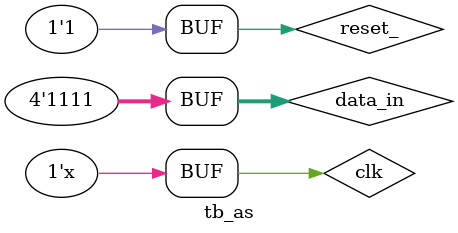
<source format=v>
module as(data_in, data_out, arch_state, clk, reset_);
    parameter DATA_WIDTH=4;
    input [DATA_WIDTH-1:0]data_in;
    input clk, reset_;
    output [DATA_WIDTH-1:0]data_out;
    output [3*DATA_WIDTH-1:0] arch_state;
    
    reg [DATA_WIDTH-1:0] data_out;
    reg [DATA_WIDTH-1:0] reg0, reg1, reg2;
    wire [3*DATA_WIDTH-1:0] arch_state;
    
    assign arch_state={reg0, reg1, reg2};
    
    always@(posedge clk or negedge reset_) begin
        if(!reset_) begin
            reg0<=0;
            reg1<=0;
            reg2<=0;
            data_out<=0;
        end
        else begin
            reg0<=data_in;
            reg1<=reg0;
            reg2<=reg1;
            data_out<=reg2;
        end
    end
endmodule

//testbench
module tb_as();
    parameter DATA_WIDTH=4;
    parameter PERIOD=10;
    
    reg [DATA_WIDTH-1:0]data_in;
    reg clk, reset_;
    wire [DATA_WIDTH-1:0]data_out;
    wire [3*DATA_WIDTH-1:0] arch_state; 
    
    as DUT_as(data_in, data_out, arch_state, clk, reset_);
    
    initial begin
        clk=0;
        reset_=1;
        data_in=0;
        #6;
        reset_=0;
        #5;
        reset_=1;
        #10;
        data_in=2;
        #10;
        data_in=12;
        #10;
        data_in=10;
        #10;
        data_in=15;
    end
    always#(PERIOD/2) begin clk=~clk; end
endmodule

</source>
